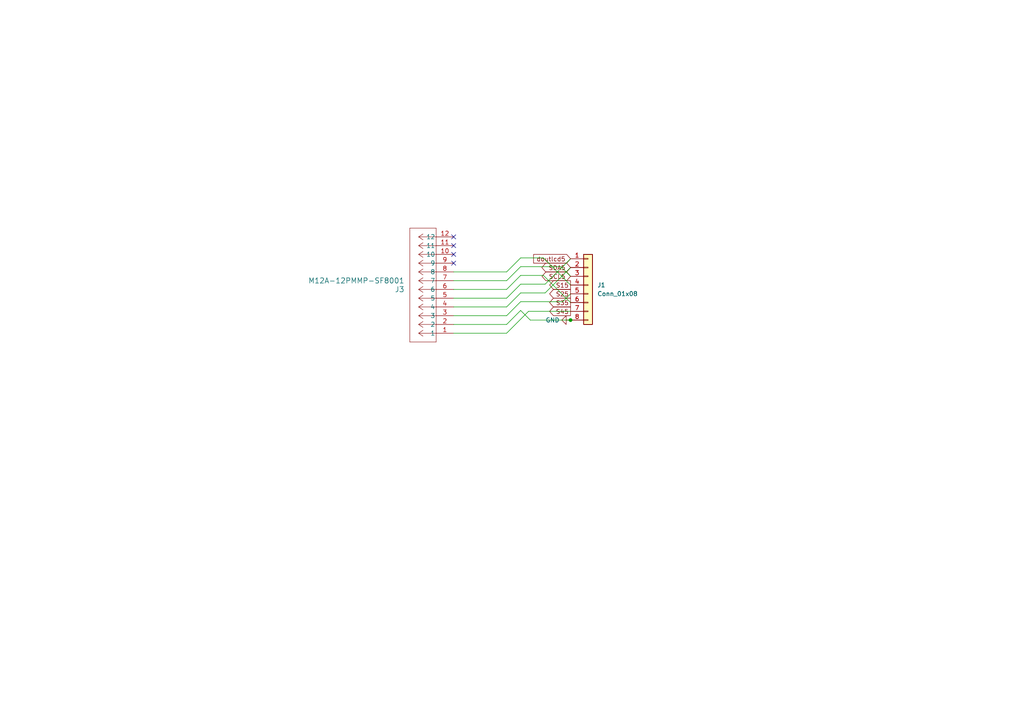
<source format=kicad_sch>
(kicad_sch (version 20230121) (generator eeschema)
  (paper "A4")
  (lib_symbols
    (symbol "Connector_Generic:Conn_01x08" (pin_names (offset 1.016) hide)
      (property "Reference" "J" (at 0 10.16 0))
      (property "Value" "Conn_01x08" (at 0 -12.7 0))
      (symbol "Conn_01x08_1_1"
        (rectangle (start -1.27 -10.033) (end 0 -10.287) (stroke (width 0.1524)))
        (rectangle (start -1.27 -7.493) (end 0 -7.747) (stroke (width 0.1524)))
        (rectangle (start -1.27 -4.953) (end 0 -5.207) (stroke (width 0.1524)))
        (rectangle (start -1.27 -2.413) (end 0 -2.667) (stroke (width 0.1524)))
        (rectangle (start -1.27 0.127) (end 0 -0.127) (stroke (width 0.1524)))
        (rectangle (start -1.27 2.667) (end 0 2.413) (stroke (width 0.1524)))
        (rectangle (start -1.27 5.207) (end 0 4.953) (stroke (width 0.1524)))
        (rectangle (start -1.27 7.747) (end 0 7.493) (stroke (width 0.1524)))
        (rectangle (start -1.27 8.89) (end 1.27 -11.43) (stroke (width 0.254)) (fill (type background)))
        (pin passive line (at -5.08 7.62 0) (length 3.81) (name "Pin_1") (number "1"))
        (pin passive line (at -5.08 5.08 0) (length 3.81) (name "Pin_2") (number "2"))
        (pin passive line (at -5.08 2.54 0) (length 3.81) (name "Pin_3") (number "3"))
        (pin passive line (at -5.08 0 0) (length 3.81) (name "Pin_4") (number "4"))
        (pin passive line (at -5.08 -2.54 0) (length 3.81) (name "Pin_5") (number "5"))
        (pin passive line (at -5.08 -5.08 0) (length 3.81) (name "Pin_6") (number "6"))
        (pin passive line (at -5.08 -7.62 0) (length 3.81) (name "Pin_7") (number "7"))
        (pin passive line (at -5.08 -10.16 0) (length 3.81) (name "Pin_8") (number "8"))
      )
    )
    (symbol "m12:M12A-12PMMP-SF8001" (pin_names (offset 0.254))
      (property "Reference" "J" (at 8.89 6.35 0))
      (property "Value" "M12A-12PMMP-SF8001" (at 0 0 0))
      (symbol "M12A-12PMMP-SF8001_1_1"
        (polyline (pts (xy 5.08 -30.48) (xy 12.7 -30.48)) (stroke (width 0.127)))
        (polyline (pts (xy 5.08 2.54) (xy 5.08 -30.48)) (stroke (width 0.127)))
        (polyline (pts (xy 10.16 -27.94) (xy 5.08 -27.94)) (stroke (width 0.127)))
        (polyline (pts (xy 10.16 -27.94) (xy 8.89 -28.7867)) (stroke (width 0.127)))
        (polyline (pts (xy 10.16 -27.94) (xy 8.89 -27.0933)) (stroke (width 0.127)))
        (polyline (pts (xy 10.16 -25.4) (xy 5.08 -25.4)) (stroke (width 0.127)))
        (polyline (pts (xy 10.16 -25.4) (xy 8.89 -26.2467)) (stroke (width 0.127)))
        (polyline (pts (xy 10.16 -25.4) (xy 8.89 -24.5533)) (stroke (width 0.127)))
        (polyline (pts (xy 10.16 -22.86) (xy 5.08 -22.86)) (stroke (width 0.127)))
        (polyline (pts (xy 10.16 -22.86) (xy 8.89 -23.7067)) (stroke (width 0.127)))
        (polyline (pts (xy 10.16 -22.86) (xy 8.89 -22.0133)) (stroke (width 0.127)))
        (polyline (pts (xy 10.16 -20.32) (xy 5.08 -20.32)) (stroke (width 0.127)))
        (polyline (pts (xy 10.16 -20.32) (xy 8.89 -21.1667)) (stroke (width 0.127)))
        (polyline (pts (xy 10.16 -20.32) (xy 8.89 -19.4733)) (stroke (width 0.127)))
        (polyline (pts (xy 10.16 -17.78) (xy 5.08 -17.78)) (stroke (width 0.127)))
        (polyline (pts (xy 10.16 -17.78) (xy 8.89 -18.6267)) (stroke (width 0.127)))
        (polyline (pts (xy 10.16 -17.78) (xy 8.89 -16.9333)) (stroke (width 0.127)))
        (polyline (pts (xy 10.16 -15.24) (xy 5.08 -15.24)) (stroke (width 0.127)))
        (polyline (pts (xy 10.16 -15.24) (xy 8.89 -16.0867)) (stroke (width 0.127)))
        (polyline (pts (xy 10.16 -15.24) (xy 8.89 -14.3933)) (stroke (width 0.127)))
        (polyline (pts (xy 10.16 -12.7) (xy 5.08 -12.7)) (stroke (width 0.127)))
        (polyline (pts (xy 10.16 -12.7) (xy 8.89 -13.5467)) (stroke (width 0.127)))
        (polyline (pts (xy 10.16 -12.7) (xy 8.89 -11.8533)) (stroke (width 0.127)))
        (polyline (pts (xy 10.16 -10.16) (xy 5.08 -10.16)) (stroke (width 0.127)))
        (polyline (pts (xy 10.16 -10.16) (xy 8.89 -11.0067)) (stroke (width 0.127)))
        (polyline (pts (xy 10.16 -10.16) (xy 8.89 -9.3133)) (stroke (width 0.127)))
        (polyline (pts (xy 10.16 -7.62) (xy 5.08 -7.62)) (stroke (width 0.127)))
        (polyline (pts (xy 10.16 -7.62) (xy 8.89 -8.4667)) (stroke (width 0.127)))
        (polyline (pts (xy 10.16 -7.62) (xy 8.89 -6.7733)) (stroke (width 0.127)))
        (polyline (pts (xy 10.16 -5.08) (xy 5.08 -5.08)) (stroke (width 0.127)))
        (polyline (pts (xy 10.16 -5.08) (xy 8.89 -5.9267)) (stroke (width 0.127)))
        (polyline (pts (xy 10.16 -5.08) (xy 8.89 -4.2333)) (stroke (width 0.127)))
        (polyline (pts (xy 10.16 -2.54) (xy 5.08 -2.54)) (stroke (width 0.127)))
        (polyline (pts (xy 10.16 -2.54) (xy 8.89 -3.3867)) (stroke (width 0.127)))
        (polyline (pts (xy 10.16 -2.54) (xy 8.89 -1.6933)) (stroke (width 0.127)))
        (polyline (pts (xy 10.16 0) (xy 5.08 0)) (stroke (width 0.127)))
        (polyline (pts (xy 10.16 0) (xy 8.89 -0.8467)) (stroke (width 0.127)))
        (polyline (pts (xy 10.16 0) (xy 8.89 0.8467)) (stroke (width 0.127)))
        (polyline (pts (xy 12.7 -30.48) (xy 12.7 2.54)) (stroke (width 0.127)))
        (polyline (pts (xy 12.7 2.54) (xy 5.08 2.54)) (stroke (width 0.127)))
        (pin unspecified line (at 0 0 0) (length 5.08) (name "1") (number "1"))
        (pin unspecified line (at 0 -22.86 0) (length 5.08) (name "10") (number "10"))
        (pin unspecified line (at 0 -25.4 0) (length 5.08) (name "11") (number "11"))
        (pin unspecified line (at 0 -27.94 0) (length 5.08) (name "12") (number "12"))
        (pin unspecified line (at 0 -2.54 0) (length 5.08) (name "2") (number "2"))
        (pin unspecified line (at 0 -5.08 0) (length 5.08) (name "3") (number "3"))
        (pin unspecified line (at 0 -7.62 0) (length 5.08) (name "4") (number "4"))
        (pin unspecified line (at 0 -10.16 0) (length 5.08) (name "5") (number "5"))
        (pin unspecified line (at 0 -12.7 0) (length 5.08) (name "6") (number "6"))
        (pin unspecified line (at 0 -15.24 0) (length 5.08) (name "7") (number "7"))
        (pin unspecified line (at 0 -17.78 0) (length 5.08) (name "8") (number "8"))
        (pin unspecified line (at 0 -20.32 0) (length 5.08) (name "9") (number "9"))
      )
      (symbol "M12A-12PMMP-SF8001_1_2"
        (polyline (pts (xy 5.08 -30.48) (xy 12.7 -30.48)) (stroke (width 0.127)))
        (polyline (pts (xy 5.08 2.54) (xy 5.08 -30.48)) (stroke (width 0.127)))
        (polyline (pts (xy 7.62 -27.94) (xy 5.08 -27.94)) (stroke (width 0.127)))
        (polyline (pts (xy 7.62 -27.94) (xy 8.89 -28.7867)) (stroke (width 0.127)))
        (polyline (pts (xy 7.62 -27.94) (xy 8.89 -27.0933)) (stroke (width 0.127)))
        (polyline (pts (xy 7.62 -25.4) (xy 5.08 -25.4)) (stroke (width 0.127)))
        (polyline (pts (xy 7.62 -25.4) (xy 8.89 -26.2467)) (stroke (width 0.127)))
        (polyline (pts (xy 7.62 -25.4) (xy 8.89 -24.5533)) (stroke (width 0.127)))
        (polyline (pts (xy 7.62 -22.86) (xy 5.08 -22.86)) (stroke (width 0.127)))
        (polyline (pts (xy 7.62 -22.86) (xy 8.89 -23.7067)) (stroke (width 0.127)))
        (polyline (pts (xy 7.62 -22.86) (xy 8.89 -22.0133)) (stroke (width 0.127)))
        (polyline (pts (xy 7.62 -20.32) (xy 5.08 -20.32)) (stroke (width 0.127)))
        (polyline (pts (xy 7.62 -20.32) (xy 8.89 -21.1667)) (stroke (width 0.127)))
        (polyline (pts (xy 7.62 -20.32) (xy 8.89 -19.4733)) (stroke (width 0.127)))
        (polyline (pts (xy 7.62 -17.78) (xy 5.08 -17.78)) (stroke (width 0.127)))
        (polyline (pts (xy 7.62 -17.78) (xy 8.89 -18.6267)) (stroke (width 0.127)))
        (polyline (pts (xy 7.62 -17.78) (xy 8.89 -16.9333)) (stroke (width 0.127)))
        (polyline (pts (xy 7.62 -15.24) (xy 5.08 -15.24)) (stroke (width 0.127)))
        (polyline (pts (xy 7.62 -15.24) (xy 8.89 -16.0867)) (stroke (width 0.127)))
        (polyline (pts (xy 7.62 -15.24) (xy 8.89 -14.3933)) (stroke (width 0.127)))
        (polyline (pts (xy 7.62 -12.7) (xy 5.08 -12.7)) (stroke (width 0.127)))
        (polyline (pts (xy 7.62 -12.7) (xy 8.89 -13.5467)) (stroke (width 0.127)))
        (polyline (pts (xy 7.62 -12.7) (xy 8.89 -11.8533)) (stroke (width 0.127)))
        (polyline (pts (xy 7.62 -10.16) (xy 5.08 -10.16)) (stroke (width 0.127)))
        (polyline (pts (xy 7.62 -10.16) (xy 8.89 -11.0067)) (stroke (width 0.127)))
        (polyline (pts (xy 7.62 -10.16) (xy 8.89 -9.3133)) (stroke (width 0.127)))
        (polyline (pts (xy 7.62 -7.62) (xy 5.08 -7.62)) (stroke (width 0.127)))
        (polyline (pts (xy 7.62 -7.62) (xy 8.89 -8.4667)) (stroke (width 0.127)))
        (polyline (pts (xy 7.62 -7.62) (xy 8.89 -6.7733)) (stroke (width 0.127)))
        (polyline (pts (xy 7.62 -5.08) (xy 5.08 -5.08)) (stroke (width 0.127)))
        (polyline (pts (xy 7.62 -5.08) (xy 8.89 -5.9267)) (stroke (width 0.127)))
        (polyline (pts (xy 7.62 -5.08) (xy 8.89 -4.2333)) (stroke (width 0.127)))
        (polyline (pts (xy 7.62 -2.54) (xy 5.08 -2.54)) (stroke (width 0.127)))
        (polyline (pts (xy 7.62 -2.54) (xy 8.89 -3.3867)) (stroke (width 0.127)))
        (polyline (pts (xy 7.62 -2.54) (xy 8.89 -1.6933)) (stroke (width 0.127)))
        (polyline (pts (xy 7.62 0) (xy 5.08 0)) (stroke (width 0.127)))
        (polyline (pts (xy 7.62 0) (xy 8.89 -0.8467)) (stroke (width 0.127)))
        (polyline (pts (xy 7.62 0) (xy 8.89 0.8467)) (stroke (width 0.127)))
        (polyline (pts (xy 12.7 -30.48) (xy 12.7 2.54)) (stroke (width 0.127)))
        (polyline (pts (xy 12.7 2.54) (xy 5.08 2.54)) (stroke (width 0.127)))
        (pin unspecified line (at 0 0 0) (length 5.08) (name "1") (number "1"))
        (pin unspecified line (at 0 -22.86 0) (length 5.08) (name "10") (number "10"))
        (pin unspecified line (at 0 -25.4 0) (length 5.08) (name "11") (number "11"))
        (pin unspecified line (at 0 -27.94 0) (length 5.08) (name "12") (number "12"))
        (pin unspecified line (at 0 -2.54 0) (length 5.08) (name "2") (number "2"))
        (pin unspecified line (at 0 -5.08 0) (length 5.08) (name "3") (number "3"))
        (pin unspecified line (at 0 -7.62 0) (length 5.08) (name "4") (number "4"))
        (pin unspecified line (at 0 -10.16 0) (length 5.08) (name "5") (number "5"))
        (pin unspecified line (at 0 -12.7 0) (length 5.08) (name "6") (number "6"))
        (pin unspecified line (at 0 -15.24 0) (length 5.08) (name "7") (number "7"))
        (pin unspecified line (at 0 -17.78 0) (length 5.08) (name "8") (number "8"))
        (pin unspecified line (at 0 -20.32 0) (length 5.08) (name "9") (number "9"))
      )
    )
    (symbol "power:GND" (power) (pin_names (offset 0))
      (property "Value" "GND" (at 0 -3.81 0))
      (symbol "GND_0_1"
        (polyline (pts (xy 0 0) (xy 0 -1.27) (xy 1.27 -1.27) (xy 0 -2.54) (xy -1.27 -1.27) (xy 0 -1.27)))
      )
      (symbol "GND_1_1"
        (pin power_in line (at 0 0 270) (length 0) hide (name "GND") (number "1"))
      )
    )
  )
  (junction (at 165.481 92.837))
  (no_connect (at 131.572 76.327))
  (no_connect (at 131.572 73.787))
  (no_connect (at 131.572 71.247))
  (no_connect (at 131.572 68.707))
  (wire (pts (xy 165.481 82.677) (xy 157.607 74.803)))
  (wire (pts (xy 146.939 94.107) (xy 131.572 94.107)))
  (wire (pts (xy 162.687 77.343) (xy 151.003 77.343)))
  (wire (pts (xy 165.481 75.057) (xy 158.115 82.423)))
  (wire (pts (xy 165.481 77.597) (xy 158.115 84.963)))
  (wire (pts (xy 158.115 84.963) (xy 151.003 84.963)))
  (wire (pts (xy 153.289 90.297) (xy 165.481 90.297)))
  (wire (pts (xy 158.115 82.423) (xy 151.003 82.423)))
  (wire (pts (xy 151.003 82.423) (xy 146.939 86.487)))
  (wire (pts (xy 146.939 89.027) (xy 131.572 89.027)))
  (wire (pts (xy 151.003 90.043) (xy 153.797 92.837)))
  (wire (pts (xy 146.939 81.407) (xy 131.572 81.407)))
  (wire (pts (xy 151.003 77.343) (xy 146.939 81.407)))
  (wire (pts (xy 151.003 87.503) (xy 146.939 91.567)))
  (wire (pts (xy 151.003 74.803) (xy 146.939 78.867)))
  (wire (pts (xy 157.607 74.803) (xy 151.003 74.803)))
  (wire (pts (xy 165.481 87.757) (xy 157.607 79.883)))
  (wire (pts (xy 157.607 79.883) (xy 151.003 79.883)))
  (wire (pts (xy 146.939 96.647) (xy 131.572 96.647)))
  (wire (pts (xy 146.939 91.567) (xy 131.572 91.567)))
  (wire (pts (xy 153.797 92.837) (xy 165.481 92.837)))
  (wire (pts (xy 146.939 78.867) (xy 131.572 78.867)))
  (wire (pts (xy 151.003 79.883) (xy 146.939 83.947)))
  (wire (pts (xy 146.939 86.487) (xy 131.572 86.487)))
  (wire (pts (xy 165.481 85.217) (xy 163.195 87.503)))
  (wire (pts (xy 153.289 90.297) (xy 146.939 96.647)))
  (wire (pts (xy 151.003 84.963) (xy 146.939 89.027)))
  (wire (pts (xy 146.939 83.947) (xy 131.572 83.947)))
  (wire (pts (xy 151.003 90.043) (xy 146.939 94.107)))
  (wire (pts (xy 165.481 80.137) (xy 162.687 77.343)))
  (wire (pts (xy 163.195 87.503) (xy 151.003 87.503)))
  (global_label "S25" (shape output) (at 165.481 85.217 180) (property "Intersheetrefs" "${INTERSHEET_REFS}" (effects hide)))
  (global_label "S35" (shape output) (at 165.481 87.757 180) (property "Intersheetrefs" "${INTERSHEET_REFS}" (effects hide)))
  (global_label "S15" (shape output) (at 165.481 82.677 180) (property "Intersheetrefs" "${INTERSHEET_REFS}" (effects hide)))
  (global_label "SCL5" (shape bidirectional) (at 165.481 80.137 180) (property "Intersheetrefs" "${INTERSHEET_REFS}" (effects hide)))
  (global_label "doutlcd5" (shape input) (at 165.481 75.057 180) (property "Intersheetrefs" "${INTERSHEET_REFS}" (effects hide)))
  (global_label "SDA5" (shape bidirectional) (at 165.481 77.597 180) (property "Intersheetrefs" "${INTERSHEET_REFS}" (effects hide)))
  (global_label "S45" (shape output) (at 165.481 90.297 180) (property "Intersheetrefs" "${INTERSHEET_REFS}" (effects hide)))
  (symbol (lib_id "m12:M12A-12PMMP-SF8001") (at 131.572 96.647 180) (unit 1)
    (property "Reference" "J3" (at 117.348 83.947 0) (effects (font (size 1.524 1.524)) (justify left)))
    (property "Value" "M12A-12PMMP-SF8001" (at 117.348 81.407 0) (effects (font (size 1.524 1.524)) (justify left)))
    (property "Footprint" "peripheralio:CONN_M12A-12PMMP-SF8001_AMP" (effects hide))
    (property "Datasheet" "M12A-12PMMP-SF8001" (effects hide))
  )
  (symbol (lib_id "Connector_Generic:Conn_01x08") (at 170.561 82.677 0) (unit 1)
    (property "Reference" "J1" (at 173.228 82.677 0) (effects (justify left)))
    (property "Value" "Conn_01x08" (at 173.228 85.217 0) (effects (justify left)))
    (property "Footprint" "peripheralio:SMD_picoblade_hori_1x08" (effects hide))
  )
  (symbol (lib_id "power:GND") (at 165.481 92.837 270) (unit 1)
    (property "Reference" "#PWR01" (effects hide))
    (property "Value" "GND" (at 162.306 92.837 90) (effects (justify right)))
  )
)
</source>
